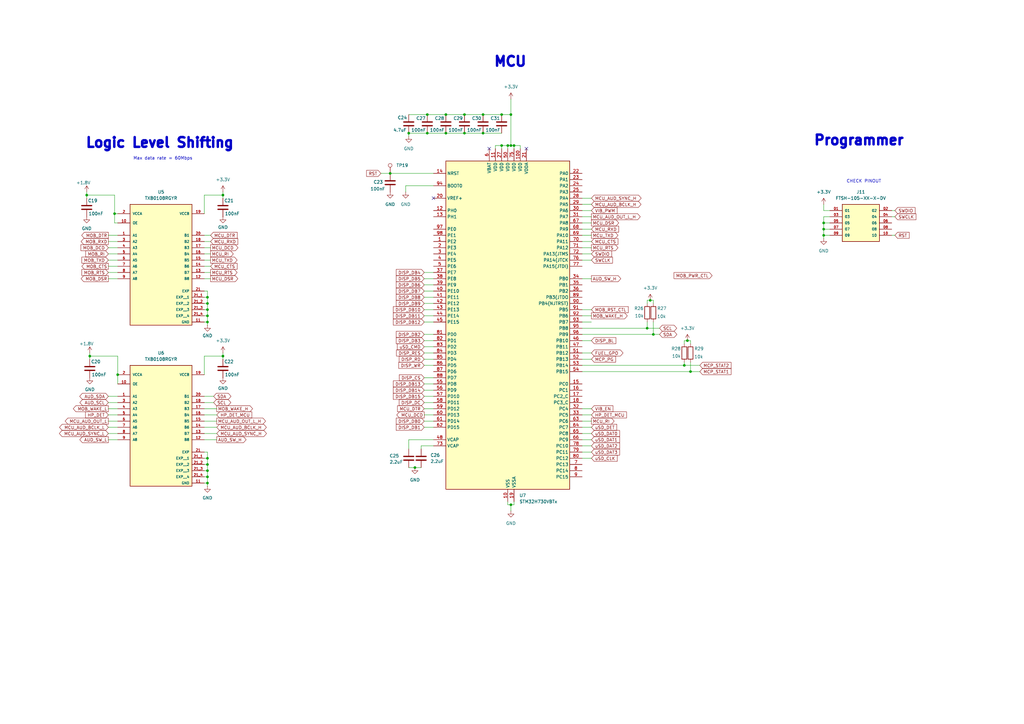
<source format=kicad_sch>
(kicad_sch (version 20231120) (generator "eeschema") (generator_version "8.0")
  (paper "A3")
  (title_block (title "Power System") (company "The University of Queensland"))
  (lib_symbols
    (symbol "Capacitors:Capacitor_2.2uF" (pin_numbers hide) (pin_names hide)
      (property "Reference" "C" (at 4.064 0 0))
      (property "Value" "2.2uF" (at 0 0 0))
      (symbol "Capacitor_2.2uF_0_1"
        (polyline (pts (xy -2.032 -0.762) (xy 2.032 -0.762)) (stroke (width 0.508)))
        (polyline (pts (xy -2.032 0.762) (xy 2.032 0.762)) (stroke (width 0.508)))
      )
      (symbol "Capacitor_2.2uF_1_1"
        (pin passive line (at 0 3.81 270) (length 2.794) (name "~") (number "1"))
        (pin passive line (at 0 -3.81 90) (length 2.794) (name "~") (number "2"))
      )
    )
    (symbol "Capacitors:Capacitor_4.7uF" (pin_numbers hide) (pin_names hide)
      (property "Reference" "C" (at 4.064 0 0))
      (property "Value" "4.7uF" (at 0 0 0))
      (symbol "Capacitor_4.7uF_0_1"
        (polyline (pts (xy -2.032 -0.762) (xy 2.032 -0.762)) (stroke (width 0.508)))
        (polyline (pts (xy -2.032 0.762) (xy 2.032 0.762)) (stroke (width 0.508)))
      )
      (symbol "Capacitor_4.7uF_1_1"
        (pin passive line (at 0 3.81 270) (length 2.794) (name "~") (number "1"))
        (pin passive line (at 0 -3.81 90) (length 2.794) (name "~") (number "2"))
      )
    )
    (symbol "Capacitors:capacitor_100nF" (pin_numbers hide) (pin_names hide)
      (property "Reference" "C" (at 4.064 0 0))
      (property "Value" "100nF" (at 0 0 0))
      (symbol "capacitor_100nF_0_1"
        (polyline (pts (xy -2.032 -0.762) (xy 2.032 -0.762)) (stroke (width 0.508)))
        (polyline (pts (xy -2.032 0.762) (xy 2.032 0.762)) (stroke (width 0.508)))
      )
      (symbol "capacitor_100nF_1_1"
        (pin passive line (at 0 3.81 270) (length 2.794) (name "~") (number "1"))
        (pin passive line (at 0 -3.81 90) (length 2.794) (name "~") (number "2"))
      )
    )
    (symbol "Connector:TestPoint" (pin_numbers hide) (pin_names (offset 0.762) hide)
      (property "Reference" "TP" (at 0 6.858 0))
      (property "Value" "TestPoint" (at 0 5.08 0))
      (symbol "TestPoint_0_1"
        (circle (center 0 3.302) (radius 0.762))
      )
      (symbol "TestPoint_1_1"
        (pin passive line (at 0 0 90) (length 2.54) (name "1") (number "1"))
      )
    )
    (symbol "FTSH-105-XX-X-DV:FTSH-105-XX-X-DV" (pin_names (offset 1.016))
      (property "Reference" "J" (at -7.62 8.89 0))
      (property "Value" "FTSH-105-XX-X-DV" (at -7.62 -10.16 0))
      (symbol "FTSH-105-XX-X-DV_0_0"
        (rectangle (start -7.62 -7.62) (end 7.62 7.62) (stroke (width 0.254)) (fill (type background)))
        (pin passive line (at -12.7 5.08 0) (length 5.08) (name "01") (number "01"))
        (pin passive line (at 12.7 5.08 180) (length 5.08) (name "02") (number "02"))
        (pin passive line (at -12.7 2.54 0) (length 5.08) (name "03") (number "03"))
        (pin passive line (at 12.7 2.54 180) (length 5.08) (name "04") (number "04"))
        (pin passive line (at -12.7 0 0) (length 5.08) (name "05") (number "05"))
        (pin passive line (at 12.7 0 180) (length 5.08) (name "06") (number "06"))
        (pin passive line (at -12.7 -2.54 0) (length 5.08) (name "07") (number "07"))
        (pin passive line (at 12.7 -2.54 180) (length 5.08) (name "08") (number "08"))
        (pin passive line (at -12.7 -5.08 0) (length 5.08) (name "09") (number "09"))
        (pin passive line (at 12.7 -5.08 180) (length 5.08) (name "10") (number "10"))
      )
    )
    (symbol "MCU_ST_STM32H7:STM32H730VBTx"
      (property "Reference" "U" (at -25.4 69.85 0))
      (property "Value" "STM32H730VBTx" (at 10.16 69.85 0))
      (symbol "STM32H730VBTx_0_1"
        (rectangle (start -25.4 -66.04) (end 25.4 68.58) (stroke (width 0.254)) (fill (type background)))
      )
      (symbol "STM32H730VBTx_1_1"
        (pin bidirectional line (at -30.48 35.56 0) (length 5.08) (name "PE2") (number "1"))
        (pin power_in line (at 0 -71.12 90) (length 5.08) (name "VSS") (number "10"))
        (pin power_in line (at 5.08 73.66 270) (length 5.08) (name "VDD") (number "100"))
        (pin power_in line (at -5.08 73.66 270) (length 5.08) (name "VDD") (number "11"))
        (pin bidirectional line (at -30.48 48.26 0) (length 5.08) (name "PH0") (number "12"))
        (pin bidirectional line (at -30.48 45.72 0) (length 5.08) (name "PH1") (number "13"))
        (pin input line (at -30.48 63.5 0) (length 5.08) (name "NRST") (number "14"))
        (pin bidirectional line (at 30.48 -22.86 180) (length 5.08) (name "PC0") (number "15"))
        (pin bidirectional line (at 30.48 -25.4 180) (length 5.08) (name "PC1") (number "16"))
        (pin bidirectional line (at 30.48 -27.94 180) (length 5.08) (name "PC2_C") (number "17"))
        (pin bidirectional line (at 30.48 -30.48 180) (length 5.08) (name "PC3_C") (number "18"))
        (pin power_in line (at 2.54 -71.12 90) (length 5.08) (name "VSSA") (number "19"))
        (pin bidirectional line (at -30.48 33.02 0) (length 5.08) (name "PE3") (number "2"))
        (pin input line (at -30.48 53.34 0) (length 5.08) (name "VREF+") (number "20"))
        (pin power_in line (at 7.62 73.66 270) (length 5.08) (name "VDDA") (number "21"))
        (pin bidirectional line (at 30.48 63.5 180) (length 5.08) (name "PA0") (number "22"))
        (pin bidirectional line (at 30.48 60.96 180) (length 5.08) (name "PA1") (number "23"))
        (pin bidirectional line (at 30.48 58.42 180) (length 5.08) (name "PA2") (number "24"))
        (pin bidirectional line (at 30.48 55.88 180) (length 5.08) (name "PA3") (number "25"))
        (pin passive line (at 0 -71.12 90) (length 5.08) hide (name "VSS") (number "26"))
        (pin power_in line (at -2.54 73.66 270) (length 5.08) (name "VDD") (number "27"))
        (pin bidirectional line (at 30.48 53.34 180) (length 5.08) (name "PA4") (number "28"))
        (pin bidirectional line (at 30.48 50.8 180) (length 5.08) (name "PA5") (number "29"))
        (pin bidirectional line (at -30.48 30.48 0) (length 5.08) (name "PE4") (number "3"))
        (pin bidirectional line (at 30.48 48.26 180) (length 5.08) (name "PA6") (number "30"))
        (pin bidirectional line (at 30.48 45.72 180) (length 5.08) (name "PA7") (number "31"))
        (pin bidirectional line (at 30.48 -33.02 180) (length 5.08) (name "PC4") (number "32"))
        (pin bidirectional line (at 30.48 -35.56 180) (length 5.08) (name "PC5") (number "33"))
        (pin bidirectional line (at 30.48 20.32 180) (length 5.08) (name "PB0") (number "34"))
        (pin bidirectional line (at 30.48 17.78 180) (length 5.08) (name "PB1") (number "35"))
        (pin bidirectional line (at 30.48 15.24 180) (length 5.08) (name "PB2") (number "36"))
        (pin bidirectional line (at -30.48 22.86 0) (length 5.08) (name "PE7") (number "37"))
        (pin bidirectional line (at -30.48 20.32 0) (length 5.08) (name "PE8") (number "38"))
        (pin bidirectional line (at -30.48 17.78 0) (length 5.08) (name "PE9") (number "39"))
        (pin bidirectional line (at -30.48 27.94 0) (length 5.08) (name "PE5") (number "4"))
        (pin bidirectional line (at -30.48 15.24 0) (length 5.08) (name "PE10") (number "40"))
        (pin bidirectional line (at -30.48 12.7 0) (length 5.08) (name "PE11") (number "41"))
        (pin bidirectional line (at -30.48 10.16 0) (length 5.08) (name "PE12") (number "42"))
        (pin bidirectional line (at -30.48 7.62 0) (length 5.08) (name "PE13") (number "43"))
        (pin bidirectional line (at -30.48 5.08 0) (length 5.08) (name "PE14") (number "44"))
        (pin bidirectional line (at -30.48 2.54 0) (length 5.08) (name "PE15") (number "45"))
        (pin bidirectional line (at 30.48 -5.08 180) (length 5.08) (name "PB10") (number "46"))
        (pin bidirectional line (at 30.48 -7.62 180) (length 5.08) (name "PB11") (number "47"))
        (pin power_out line (at -30.48 -45.72 0) (length 5.08) (name "VCAP") (number "48"))
        (pin passive line (at 0 -71.12 90) (length 5.08) hide (name "VSS") (number "49"))
        (pin bidirectional line (at -30.48 25.4 0) (length 5.08) (name "PE6") (number "5"))
        (pin power_in line (at 0 73.66 270) (length 5.08) (name "VDD") (number "50"))
        (pin bidirectional line (at 30.48 -10.16 180) (length 5.08) (name "PB12") (number "51"))
        (pin bidirectional line (at 30.48 -12.7 180) (length 5.08) (name "PB13") (number "52"))
        (pin bidirectional line (at 30.48 -15.24 180) (length 5.08) (name "PB14") (number "53"))
        (pin bidirectional line (at 30.48 -17.78 180) (length 5.08) (name "PB15") (number "54"))
        (pin bidirectional line (at -30.48 -22.86 0) (length 5.08) (name "PD8") (number "55"))
        (pin bidirectional line (at -30.48 -25.4 0) (length 5.08) (name "PD9") (number "56"))
        (pin bidirectional line (at -30.48 -27.94 0) (length 5.08) (name "PD10") (number "57"))
        (pin bidirectional line (at -30.48 -30.48 0) (length 5.08) (name "PD11") (number "58"))
        (pin bidirectional line (at -30.48 -33.02 0) (length 5.08) (name "PD12") (number "59"))
        (pin power_in line (at -7.62 73.66 270) (length 5.08) (name "VBAT") (number "6"))
        (pin bidirectional line (at -30.48 -35.56 0) (length 5.08) (name "PD13") (number "60"))
        (pin bidirectional line (at -30.48 -38.1 0) (length 5.08) (name "PD14") (number "61"))
        (pin bidirectional line (at -30.48 -40.64 0) (length 5.08) (name "PD15") (number "62"))
        (pin bidirectional line (at 30.48 -38.1 180) (length 5.08) (name "PC6") (number "63"))
        (pin bidirectional line (at 30.48 -40.64 180) (length 5.08) (name "PC7") (number "64"))
        (pin bidirectional line (at 30.48 -43.18 180) (length 5.08) (name "PC8") (number "65"))
        (pin bidirectional line (at 30.48 -45.72 180) (length 5.08) (name "PC9") (number "66"))
        (pin bidirectional line (at 30.48 43.18 180) (length 5.08) (name "PA8") (number "67"))
        (pin bidirectional line (at 30.48 40.64 180) (length 5.08) (name "PA9") (number "68"))
        (pin bidirectional line (at 30.48 38.1 180) (length 5.08) (name "PA10") (number "69"))
        (pin bidirectional line (at 30.48 -55.88 180) (length 5.08) (name "PC13") (number "7"))
        (pin bidirectional line (at 30.48 35.56 180) (length 5.08) (name "PA11") (number "70"))
        (pin bidirectional line (at 30.48 33.02 180) (length 5.08) (name "PA12") (number "71"))
        (pin bidirectional line (at 30.48 30.48 180) (length 5.08) (name "PA13(JTMS") (number "72"))
        (pin power_out line (at -30.48 -48.26 0) (length 5.08) (name "VCAP") (number "73"))
        (pin passive line (at 0 -71.12 90) (length 5.08) hide (name "VSS") (number "74"))
        (pin power_in line (at 2.54 73.66 270) (length 5.08) (name "VDD") (number "75"))
        (pin bidirectional line (at 30.48 27.94 180) (length 5.08) (name "PA14(JTCK") (number "76"))
        (pin bidirectional line (at 30.48 25.4 180) (length 5.08) (name "PA15(JTDI)") (number "77"))
        (pin bidirectional line (at 30.48 -48.26 180) (length 5.08) (name "PC10") (number "78"))
        (pin bidirectional line (at 30.48 -50.8 180) (length 5.08) (name "PC11") (number "79"))
        (pin bidirectional line (at 30.48 -58.42 180) (length 5.08) (name "PC14") (number "8"))
        (pin bidirectional line (at 30.48 -53.34 180) (length 5.08) (name "PC12") (number "80"))
        (pin bidirectional line (at -30.48 -2.54 0) (length 5.08) (name "PD0") (number "81"))
        (pin bidirectional line (at -30.48 -5.08 0) (length 5.08) (name "PD1") (number "82"))
        (pin bidirectional line (at -30.48 -7.62 0) (length 5.08) (name "PD2") (number "83"))
        (pin bidirectional line (at -30.48 -10.16 0) (length 5.08) (name "PD3") (number "84"))
        (pin bidirectional line (at -30.48 -12.7 0) (length 5.08) (name "PD4") (number "85"))
        (pin bidirectional line (at -30.48 -15.24 0) (length 5.08) (name "PD5") (number "86"))
        (pin bidirectional line (at -30.48 -17.78 0) (length 5.08) (name "PD6") (number "87"))
        (pin bidirectional line (at -30.48 -20.32 0) (length 5.08) (name "PD7") (number "88"))
        (pin bidirectional line (at 30.48 12.7 180) (length 5.08) (name "PB3(JTDO") (number "89"))
        (pin bidirectional line (at 30.48 -60.96 180) (length 5.08) (name "PC15") (number "9"))
        (pin bidirectional line (at 30.48 10.16 180) (length 5.08) (name "PB4(NJTRST)") (number "90"))
        (pin bidirectional line (at 30.48 7.62 180) (length 5.08) (name "PB5") (number "91"))
        (pin bidirectional line (at 30.48 5.08 180) (length 5.08) (name "PB6") (number "92"))
        (pin bidirectional line (at 30.48 2.54 180) (length 5.08) (name "PB7") (number "93"))
        (pin input line (at -30.48 58.42 0) (length 5.08) (name "BOOT0") (number "94"))
        (pin bidirectional line (at 30.48 0 180) (length 5.08) (name "PB8") (number "95"))
        (pin bidirectional line (at 30.48 -2.54 180) (length 5.08) (name "PB9") (number "96"))
        (pin bidirectional line (at -30.48 40.64 0) (length 5.08) (name "PE0") (number "97"))
        (pin bidirectional line (at -30.48 38.1 0) (length 5.08) (name "PE1") (number "98"))
        (pin passive line (at 0 -71.12 90) (length 5.08) hide (name "VSS") (number "99"))
      )
    )
    (symbol "Resistors:Resistor_10k" (pin_numbers hide) (pin_names hide)
      (property "Reference" "R" (at 2.54 0.254 0))
      (property "Value" "10k" (at 0 -3.81 0))
      (symbol "Resistor_10k_0_1"
        (rectangle (start 1.016 2.54) (end -1.016 -2.54) (stroke (width 0.254)))
      )
      (symbol "Resistor_10k_1_1"
        (pin passive line (at 0 -3.81 90) (length 1.27) (name "~") (number "1"))
        (pin passive line (at 0 3.81 270) (length 1.27) (name "~") (number "2"))
      )
    )
    (symbol "TXB0108RGYR:TXB0108RGYR" (pin_names (offset 1.016))
      (property "Reference" "U" (at -12.7 23.86 0))
      (property "Value" "TXB0108RGYR" (at -12.192 -29.972 0))
      (symbol "TXB0108RGYR_0_0"
        (rectangle (start -12.7 22.86) (end 12.7 -26.67) (stroke (width 0.254)) (fill (type background)))
        (pin bidirectional line (at -17.78 10.16 0) (length 5.08) (name "A1") (number "1"))
        (pin input line (at -17.78 15.24 0) (length 5.08) (name "OE") (number "10"))
        (pin power_in line (at 17.78 -25.4 180) (length 5.08) (name "GND") (number "11"))
        (pin bidirectional line (at 17.78 -7.62 180) (length 5.08) (name "B8") (number "12"))
        (pin bidirectional line (at 17.78 -5.08 180) (length 5.08) (name "B7") (number "13"))
        (pin bidirectional line (at 17.78 -2.54 180) (length 5.08) (name "B6") (number "14"))
        (pin bidirectional line (at 17.78 0 180) (length 5.08) (name "B5") (number "15"))
        (pin bidirectional line (at 17.78 2.54 180) (length 5.08) (name "B4") (number "16"))
        (pin bidirectional line (at 17.78 5.08 180) (length 5.08) (name "B3") (number "17"))
        (pin bidirectional line (at 17.78 7.62 180) (length 5.08) (name "B2") (number "18"))
        (pin power_in line (at 17.78 19.05 180) (length 5.08) (name "VCCB") (number "19"))
        (pin power_in line (at -17.78 19.05 0) (length 5.08) (name "VCCA") (number "2"))
        (pin bidirectional line (at 17.78 10.16 180) (length 5.08) (name "B1") (number "20"))
        (pin power_in line (at 17.78 -12.7 180) (length 5.08) (name "EXP") (number "21"))
        (pin power_in line (at 17.78 -15.24 180) (length 5.08) (name "EXP__1") (number "21_1"))
        (pin power_in line (at 17.78 -17.78 180) (length 5.08) (name "EXP__2") (number "21_2"))
        (pin power_in line (at 17.78 -20.32 180) (length 5.08) (name "EXP__3") (number "21_3"))
        (pin power_in line (at 17.78 -22.86 180) (length 5.08) (name "EXP__4") (number "21_4"))
        (pin bidirectional line (at -17.78 7.62 0) (length 5.08) (name "A2") (number "3"))
        (pin bidirectional line (at -17.78 5.08 0) (length 5.08) (name "A3") (number "4"))
        (pin bidirectional line (at -17.78 2.54 0) (length 5.08) (name "A4") (number "5"))
        (pin bidirectional line (at -17.78 0 0) (length 5.08) (name "A5") (number "6"))
        (pin bidirectional line (at -17.78 -2.54 0) (length 5.08) (name "A6") (number "7"))
        (pin bidirectional line (at -17.78 -5.08 0) (length 5.08) (name "A7") (number "8"))
        (pin bidirectional line (at -17.78 -7.62 0) (length 5.08) (name "A8") (number "9"))
      )
    )
    (symbol "power:+1V8" (power) (pin_numbers hide) (pin_names (offset 0) hide)
      (property "Value" "+1V8" (at 0 3.556 0))
      (symbol "+1V8_0_1"
        (polyline (pts (xy -0.762 1.27) (xy 0 2.54)))
        (polyline (pts (xy 0 0) (xy 0 2.54)))
        (polyline (pts (xy 0 2.54) (xy 0.762 1.27)))
      )
      (symbol "+1V8_1_1"
        (pin power_in line (at 0 0 90) (length 0) (name "~") (number "1"))
      )
    )
    (symbol "power:+3.3V" (power) (pin_numbers hide) (pin_names (offset 0) hide)
      (property "Value" "+3.3V" (at 0 3.556 0))
      (symbol "+3.3V_0_1"
        (polyline (pts (xy -0.762 1.27) (xy 0 2.54)))
        (polyline (pts (xy 0 0) (xy 0 2.54)))
        (polyline (pts (xy 0 2.54) (xy 0.762 1.27)))
      )
      (symbol "+3.3V_1_1"
        (pin power_in line (at 0 0 90) (length 0) (name "~") (number "1"))
      )
    )
    (symbol "power:GND" (power) (pin_numbers hide) (pin_names (offset 0) hide)
      (property "Value" "GND" (at 0 -3.81 0))
      (symbol "GND_0_1"
        (polyline (pts (xy 0 0) (xy 0 -1.27) (xy 1.27 -1.27) (xy 0 -2.54) (xy -1.27 -1.27) (xy 0 -1.27)))
      )
      (symbol "GND_1_1"
        (pin power_in line (at 0 0 270) (length 0) (name "~") (number "1"))
      )
    )
  )
  (junction (at 85.09 127))
  (junction (at 167.64 54.61))
  (junction (at 91.44 146.05))
  (junction (at 266.7 123.19))
  (junction (at 190.5 54.61))
  (junction (at 337.82 91.44))
  (junction (at 280.67 149.86))
  (junction (at 210.82 59.69))
  (junction (at 337.82 93.98))
  (junction (at 267.97 137.16))
  (junction (at 85.09 190.5))
  (junction (at 170.18 191.77))
  (junction (at 198.12 54.61))
  (junction (at 190.5 46.99))
  (junction (at 337.82 96.52))
  (junction (at 85.09 195.58))
  (junction (at 85.09 129.54))
  (junction (at 85.09 187.96))
  (junction (at 85.09 132.08))
  (junction (at 160.02 71.12))
  (junction (at 48.26 153.67))
  (junction (at 182.88 46.99))
  (junction (at 46.99 87.63))
  (junction (at 85.09 124.46))
  (junction (at 182.88 54.61))
  (junction (at 85.09 193.04))
  (junction (at 35.56 80.01))
  (junction (at 209.55 207.01))
  (junction (at 175.26 46.99))
  (junction (at 283.21 152.4))
  (junction (at 175.26 54.61))
  (junction (at 198.12 46.99))
  (junction (at 205.74 46.99))
  (junction (at 265.43 134.62))
  (junction (at 91.44 80.01))
  (junction (at 208.28 59.69))
  (junction (at 205.74 59.69))
  (junction (at 209.55 59.69))
  (junction (at 85.09 121.92))
  (junction (at 36.83 146.05))
  (junction (at 85.09 198.12))
  (junction (at 209.55 46.99))
  (junction (at 281.94 139.7))
  (no_connect (at 177.8 81.28))
  (no_connect (at 215.9 60.96))
  (no_connect (at 200.66 60.96))
  (wire (pts (xy 238.76 137.16) (xy 267.97 137.16)))
  (wire (pts (xy 83.82 185.42) (xy 85.09 185.42)))
  (wire (pts (xy 173.99 139.7) (xy 177.8 139.7)))
  (wire (pts (xy 208.28 207.01) (xy 208.28 205.74)))
  (wire (pts (xy 83.82 121.92) (xy 85.09 121.92)))
  (wire (pts (xy 242.57 129.54) (xy 238.76 129.54)))
  (wire (pts (xy 210.82 59.69) (xy 209.55 59.69)))
  (wire (pts (xy 44.45 106.68) (xy 48.26 106.68)))
  (wire (pts (xy 83.82 175.26) (xy 88.9 175.26)))
  (wire (pts (xy 213.36 59.69) (xy 210.82 59.69)))
  (wire (pts (xy 242.57 175.26) (xy 238.76 175.26)))
  (wire (pts (xy 44.45 162.56) (xy 48.26 162.56)))
  (wire (pts (xy 83.82 187.96) (xy 85.09 187.96)))
  (wire (pts (xy 83.82 101.6) (xy 86.36 101.6)))
  (wire (pts (xy 238.76 152.4) (xy 283.21 152.4)))
  (wire (pts (xy 83.82 177.8) (xy 88.9 177.8)))
  (wire (pts (xy 85.09 198.12) (xy 83.82 198.12)))
  (wire (pts (xy 242.57 185.42) (xy 238.76 185.42)))
  (wire (pts (xy 173.99 149.86) (xy 177.8 149.86)))
  (wire (pts (xy 238.76 99.06) (xy 242.57 99.06)))
  (wire (pts (xy 337.82 88.9) (xy 337.82 91.44)))
  (wire (pts (xy 173.99 119.38) (xy 177.8 119.38)))
  (wire (pts (xy 238.76 106.68) (xy 242.57 106.68)))
  (wire (pts (xy 267.97 124.46) (xy 267.97 123.19)))
  (wire (pts (xy 44.45 170.18) (xy 48.26 170.18)))
  (wire (pts (xy 242.57 167.64) (xy 238.76 167.64)))
  (wire (pts (xy 337.82 93.98) (xy 337.82 96.52)))
  (wire (pts (xy 242.57 182.88) (xy 238.76 182.88)))
  (wire (pts (xy 242.57 86.36) (xy 238.76 86.36)))
  (wire (pts (xy 44.45 111.76) (xy 48.26 111.76)))
  (wire (pts (xy 83.82 111.76) (xy 86.36 111.76)))
  (wire (pts (xy 83.82 104.14) (xy 86.36 104.14)))
  (wire (pts (xy 265.43 132.08) (xy 265.43 134.62)))
  (wire (pts (xy 83.82 80.01) (xy 91.44 80.01)))
  (wire (pts (xy 173.99 114.3) (xy 177.8 114.3)))
  (wire (pts (xy 238.76 96.52) (xy 242.57 96.52)))
  (wire (pts (xy 213.36 60.96) (xy 213.36 59.69)))
  (wire (pts (xy 242.57 91.44) (xy 238.76 91.44)))
  (wire (pts (xy 173.99 172.72) (xy 177.8 172.72)))
  (wire (pts (xy 173.99 175.26) (xy 177.8 175.26)))
  (wire (pts (xy 198.12 46.99) (xy 205.74 46.99)))
  (wire (pts (xy 190.5 54.61) (xy 198.12 54.61)))
  (wire (pts (xy 190.5 46.99) (xy 198.12 46.99)))
  (wire (pts (xy 367.03 86.36) (xy 365.76 86.36)))
  (wire (pts (xy 173.99 142.24) (xy 177.8 142.24)))
  (wire (pts (xy 85.09 195.58) (xy 85.09 198.12)))
  (wire (pts (xy 83.82 195.58) (xy 85.09 195.58)))
  (wire (pts (xy 83.82 165.1) (xy 87.63 165.1)))
  (wire (pts (xy 83.82 99.06) (xy 86.36 99.06)))
  (wire (pts (xy 35.56 78.74) (xy 35.56 80.01)))
  (wire (pts (xy 44.45 180.34) (xy 48.26 180.34)))
  (wire (pts (xy 83.82 80.01) (xy 83.82 87.63)))
  (wire (pts (xy 44.45 172.72) (xy 48.26 172.72)))
  (wire (pts (xy 209.55 207.01) (xy 210.82 207.01)))
  (wire (pts (xy 85.09 133.35) (xy 85.09 132.08)))
  (wire (pts (xy 173.99 165.1) (xy 177.8 165.1)))
  (wire (pts (xy 160.02 71.12) (xy 177.8 71.12)))
  (wire (pts (xy 238.76 101.6) (xy 242.57 101.6)))
  (wire (pts (xy 166.37 76.2) (xy 177.8 76.2)))
  (wire (pts (xy 340.36 86.36) (xy 337.82 86.36)))
  (wire (pts (xy 173.99 167.64) (xy 177.8 167.64)))
  (wire (pts (xy 83.82 132.08) (xy 85.09 132.08)))
  (wire (pts (xy 44.45 96.52) (xy 48.26 96.52)))
  (wire (pts (xy 242.57 83.82) (xy 238.76 83.82)))
  (wire (pts (xy 83.82 127) (xy 85.09 127)))
  (wire (pts (xy 242.57 132.08) (xy 238.76 132.08)))
  (wire (pts (xy 167.64 46.99) (xy 175.26 46.99)))
  (wire (pts (xy 85.09 187.96) (xy 85.09 190.5)))
  (wire (pts (xy 203.2 60.96) (xy 203.2 59.69)))
  (wire (pts (xy 209.55 207.01) (xy 209.55 209.55)))
  (wire (pts (xy 173.99 116.84) (xy 177.8 116.84)))
  (wire (pts (xy 44.45 114.3) (xy 48.26 114.3)))
  (wire (pts (xy 83.82 162.56) (xy 87.63 162.56)))
  (wire (pts (xy 242.57 139.7) (xy 238.76 139.7)))
  (wire (pts (xy 44.45 165.1) (xy 48.26 165.1)))
  (wire (pts (xy 173.99 121.92) (xy 177.8 121.92)))
  (wire (pts (xy 83.82 167.64) (xy 88.9 167.64)))
  (wire (pts (xy 44.45 175.26) (xy 48.26 175.26)))
  (wire (pts (xy 265.43 123.19) (xy 266.7 123.19)))
  (wire (pts (xy 208.28 60.96) (xy 208.28 59.69)))
  (wire (pts (xy 238.76 134.62) (xy 265.43 134.62)))
  (wire (pts (xy 242.57 114.3) (xy 238.76 114.3)))
  (wire (pts (xy 238.76 93.98) (xy 242.57 93.98)))
  (wire (pts (xy 167.64 54.61) (xy 175.26 54.61)))
  (wire (pts (xy 280.67 148.59) (xy 280.67 149.86)))
  (wire (pts (xy 36.83 144.78) (xy 36.83 146.05)))
  (wire (pts (xy 85.09 121.92) (xy 85.09 119.38)))
  (wire (pts (xy 209.55 40.64) (xy 209.55 46.99)))
  (wire (pts (xy 36.83 146.05) (xy 48.26 146.05)))
  (wire (pts (xy 337.82 96.52) (xy 337.82 97.79)))
  (wire (pts (xy 182.88 54.61) (xy 190.5 54.61)))
  (wire (pts (xy 242.57 81.28) (xy 238.76 81.28)))
  (wire (pts (xy 367.03 88.9) (xy 365.76 88.9)))
  (wire (pts (xy 340.36 88.9) (xy 337.82 88.9)))
  (wire (pts (xy 198.12 54.61) (xy 205.74 54.61)))
  (wire (pts (xy 340.36 91.44) (xy 337.82 91.44)))
  (wire (pts (xy 173.99 160.02) (xy 177.8 160.02)))
  (wire (pts (xy 242.57 177.8) (xy 238.76 177.8)))
  (wire (pts (xy 205.74 59.69) (xy 205.74 60.96)))
  (wire (pts (xy 85.09 119.38) (xy 83.82 119.38)))
  (wire (pts (xy 173.99 162.56) (xy 177.8 162.56)))
  (wire (pts (xy 172.72 184.15) (xy 172.72 182.88)))
  (wire (pts (xy 209.55 46.99) (xy 209.55 59.69)))
  (wire (pts (xy 83.82 96.52) (xy 86.36 96.52)))
  (wire (pts (xy 283.21 152.4) (xy 287.02 152.4)))
  (wire (pts (xy 173.99 132.08) (xy 177.8 132.08)))
  (wire (pts (xy 173.99 144.78) (xy 177.8 144.78)))
  (wire (pts (xy 173.99 111.76) (xy 177.8 111.76)))
  (wire (pts (xy 182.88 46.99) (xy 190.5 46.99)))
  (wire (pts (xy 280.67 139.7) (xy 281.94 139.7)))
  (wire (pts (xy 242.57 180.34) (xy 238.76 180.34)))
  (wire (pts (xy 85.09 190.5) (xy 85.09 193.04)))
  (wire (pts (xy 337.82 86.36) (xy 337.82 83.82)))
  (wire (pts (xy 44.45 99.06) (xy 48.26 99.06)))
  (wire (pts (xy 172.72 182.88) (xy 177.8 182.88)))
  (wire (pts (xy 208.28 59.69) (xy 205.74 59.69)))
  (wire (pts (xy 83.82 106.68) (xy 86.36 106.68)))
  (wire (pts (xy 238.76 149.86) (xy 280.67 149.86)))
  (wire (pts (xy 48.26 146.05) (xy 48.26 153.67)))
  (wire (pts (xy 173.99 127) (xy 177.8 127)))
  (wire (pts (xy 242.57 127) (xy 238.76 127)))
  (wire (pts (xy 35.56 80.01) (xy 35.56 81.28)))
  (wire (pts (xy 44.45 101.6) (xy 48.26 101.6)))
  (wire (pts (xy 83.82 180.34) (xy 88.9 180.34)))
  (wire (pts (xy 242.57 172.72) (xy 238.76 172.72)))
  (wire (pts (xy 267.97 132.08) (xy 267.97 137.16)))
  (wire (pts (xy 203.2 59.69) (xy 205.74 59.69)))
  (wire (pts (xy 83.82 170.18) (xy 88.9 170.18)))
  (wire (pts (xy 83.82 172.72) (xy 88.9 172.72)))
  (wire (pts (xy 83.82 190.5) (xy 85.09 190.5)))
  (wire (pts (xy 267.97 123.19) (xy 266.7 123.19)))
  (wire (pts (xy 36.83 146.05) (xy 36.83 147.32)))
  (wire (pts (xy 46.99 87.63) (xy 46.99 91.44)))
  (wire (pts (xy 156.21 71.12) (xy 160.02 71.12)))
  (wire (pts (xy 91.44 144.78) (xy 91.44 146.05)))
  (wire (pts (xy 167.64 55.88) (xy 167.64 54.61)))
  (wire (pts (xy 177.8 180.34) (xy 167.64 180.34)))
  (wire (pts (xy 210.82 207.01) (xy 210.82 205.74)))
  (wire (pts (xy 44.45 167.64) (xy 48.26 167.64)))
  (wire (pts (xy 91.44 80.01) (xy 91.44 81.28)))
  (wire (pts (xy 83.82 124.46) (xy 85.09 124.46)))
  (wire (pts (xy 85.09 129.54) (xy 85.09 127)))
  (wire (pts (xy 44.45 104.14) (xy 48.26 104.14)))
  (wire (pts (xy 85.09 199.39) (xy 85.09 198.12)))
  (wire (pts (xy 208.28 207.01) (xy 209.55 207.01)))
  (wire (pts (xy 83.82 146.05) (xy 83.82 153.67)))
  (wire (pts (xy 85.09 127) (xy 85.09 124.46)))
  (wire (pts (xy 48.26 91.44) (xy 46.99 91.44)))
  (wire (pts (xy 173.99 147.32) (xy 177.8 147.32)))
  (wire (pts (xy 340.36 96.52) (xy 337.82 96.52)))
  (wire (pts (xy 210.82 60.96) (xy 210.82 59.69)))
  (wire (pts (xy 242.57 187.96) (xy 238.76 187.96)))
  (wire (pts (xy 83.82 193.04) (xy 85.09 193.04)))
  (wire (pts (xy 283.21 148.59) (xy 283.21 152.4)))
  (wire (pts (xy 283.21 139.7) (xy 281.94 139.7)))
  (wire (pts (xy 340.36 93.98) (xy 337.82 93.98)))
  (wire (pts (xy 242.57 170.18) (xy 238.76 170.18)))
  (wire (pts (xy 170.18 191.77) (xy 167.64 191.77)))
  (wire (pts (xy 48.26 153.67) (xy 48.26 157.48)))
  (wire (pts (xy 205.74 46.99) (xy 209.55 46.99)))
  (wire (pts (xy 91.44 146.05) (xy 91.44 147.32)))
  (wire (pts (xy 283.21 140.97) (xy 283.21 139.7)))
  (wire (pts (xy 83.82 114.3) (xy 86.36 114.3)))
  (wire (pts (xy 238.76 104.14) (xy 242.57 104.14)))
  (wire (pts (xy 83.82 109.22) (xy 86.36 109.22)))
  (wire (pts (xy 173.99 154.94) (xy 177.8 154.94)))
  (wire (pts (xy 280.67 140.97) (xy 280.67 139.7)))
  (wire (pts (xy 265.43 124.46) (xy 265.43 123.19)))
  (wire (pts (xy 83.82 146.05) (xy 91.44 146.05)))
  (wire (pts (xy 85.09 124.46) (xy 85.09 121.92)))
  (wire (pts (xy 265.43 134.62) (xy 270.51 134.62)))
  (wire (pts (xy 44.45 177.8) (xy 48.26 177.8)))
  (wire (pts (xy 44.45 109.22) (xy 48.26 109.22)))
  (wire (pts (xy 175.26 54.61) (xy 182.88 54.61)))
  (wire (pts (xy 173.99 129.54) (xy 177.8 129.54)))
  (wire (pts (xy 35.56 80.01) (xy 46.99 80.01)))
  (wire (pts (xy 242.57 144.78) (xy 238.76 144.78)))
  (wire (pts (xy 209.55 59.69) (xy 208.28 59.69)))
  (wire (pts (xy 167.64 180.34) (xy 167.64 184.15)))
  (wire (pts (xy 170.18 191.77) (xy 172.72 191.77)))
  (wire (pts (xy 267.97 137.16) (xy 270.51 137.16)))
  (wire (pts (xy 46.99 87.63) (xy 48.26 87.63)))
  (wire (pts (xy 173.99 124.46) (xy 177.8 124.46)))
  (wire (pts (xy 85.09 185.42) (xy 85.09 187.96)))
  (wire (pts (xy 173.99 137.16) (xy 177.8 137.16)))
  (wire (pts (xy 173.99 157.48) (xy 177.8 157.48)))
  (wire (pts (xy 242.57 88.9) (xy 238.76 88.9)))
  (wire (pts (xy 85.09 193.04) (xy 85.09 195.58)))
  (wire (pts (xy 287.02 149.86) (xy 280.67 149.86)))
  (wire (pts (xy 85.09 132.08) (xy 85.09 129.54)))
  (wire (pts (xy 91.44 78.74) (xy 91.44 80.01)))
  (wire (pts (xy 175.26 46.99) (xy 182.88 46.99)))
  (wire (pts (xy 166.37 78.74) (xy 166.37 76.2)))
  (wire (pts (xy 46.99 80.01) (xy 46.99 87.63)))
  (wire (pts (xy 337.82 91.44) (xy 337.82 93.98)))
  (wire (pts (xy 242.57 147.32) (xy 238.76 147.32)))
  (wire (pts (xy 173.99 170.18) (xy 177.8 170.18)))
  (wire (pts (xy 83.82 129.54) (xy 85.09 129.54)))
  (wire (pts (xy 367.03 96.52) (xy 365.76 96.52)))
  (text "Max data rate = 60Mbps" (at 66.802 65.024 0) (effects (font (size 1.27 1.27))))
  (text "Programmer" (at 352.298 57.658 0) (effects (font (size 4 4) (thickness 1) (bold yes))))
  (text "MCU" (at 209.296 25.4 0) (effects (font (size 4 4) (thickness 1) (bold yes))))
  (text "CHECK PINOUT\n" (at 354.33 74.422 0) (effects (font (size 1.27 1.27))))
  (text "Logic Level Shifting\n" (at 65.532 58.674 0) (effects (font (size 4 4) (thickness 1) (bold yes))))
  (global_label "DISP_RD" (shape input) (at 173.99 147.32 180) (property "Intersheetrefs" "${INTERSHEET_REFS}" (effects (hide yes))))
  (global_label "RST" (shape input) (at 367.03 96.52 0) (property "Intersheetrefs" "${INTERSHEET_REFS}" (effects (hide yes))))
  (global_label "uSD_CMD" (shape input) (at 173.99 142.24 180) (property "Intersheetrefs" "${INTERSHEET_REFS}" (effects (hide yes))))
  (global_label "MOB_DSR" (shape output) (at 44.45 114.3 180) (property "Intersheetrefs" "${INTERSHEET_REFS}" (effects (hide yes))))
  (global_label "DISP_DB4" (shape input) (at 173.99 111.76 180) (property "Intersheetrefs" "${INTERSHEET_REFS}" (effects (hide yes))))
  (global_label "DISP_DB13" (shape input) (at 173.99 157.48 180) (property "Intersheetrefs" "${INTERSHEET_REFS}" (effects (hide yes))))
  (global_label "HP_DET_MCU" (shape input) (at 88.9 170.18 0) (property "Intersheetrefs" "${INTERSHEET_REFS}" (effects (hide yes))))
  (global_label "DISP_DB9" (shape input) (at 173.99 124.46 180) (property "Intersheetrefs" "${INTERSHEET_REFS}" (effects (hide yes))))
  (global_label "HP_DET" (shape input) (at 44.45 170.18 180) (property "Intersheetrefs" "${INTERSHEET_REFS}" (effects (hide yes))))
  (global_label "MCU_DCD" (shape output) (at 86.36 101.6 0) (property "Intersheetrefs" "${INTERSHEET_REFS}" (effects (hide yes))))
  (global_label "MCU_RI" (shape output) (at 86.36 104.14 0) (property "Intersheetrefs" "${INTERSHEET_REFS}" (effects (hide yes))))
  (global_label "MCP_STAT2" (shape input) (at 287.02 149.86 0) (property "Intersheetrefs" "${INTERSHEET_REFS}" (effects (hide yes))))
  (global_label "MCU_RI" (shape output) (at 242.57 172.72 0) (property "Intersheetrefs" "${INTERSHEET_REFS}" (effects (hide yes))))
  (global_label "SWDIO" (shape input) (at 242.57 104.14 0) (property "Intersheetrefs" "${INTERSHEET_REFS}" (effects (hide yes))))
  (global_label "MOB_CTS" (shape output) (at 44.45 109.22 180) (property "Intersheetrefs" "${INTERSHEET_REFS}" (effects (hide yes))))
  (global_label "MOB_RTS" (shape input) (at 44.45 111.76 180) (property "Intersheetrefs" "${INTERSHEET_REFS}" (effects (hide yes))))
  (global_label "MCU_DTR" (shape input) (at 173.99 167.64 180) (property "Intersheetrefs" "${INTERSHEET_REFS}" (effects (hide yes))))
  (global_label "DISP_BL" (shape input) (at 242.57 139.7 0) (property "Intersheetrefs" "${INTERSHEET_REFS}" (effects (hide yes))))
  (global_label "MCU_RXD" (shape input) (at 242.57 93.98 0) (property "Intersheetrefs" "${INTERSHEET_REFS}" (effects (hide yes))))
  (global_label "DISP_DB15" (shape input) (at 173.99 162.56 180) (property "Intersheetrefs" "${INTERSHEET_REFS}" (effects (hide yes))))
  (global_label "SCL" (shape bidirectional) (at 87.63 165.1 0) (property "Intersheetrefs" "${INTERSHEET_REFS}" (effects (hide yes))))
  (global_label "MCU_AUD_OUT_L" (shape output) (at 44.45 172.72 180) (property "Intersheetrefs" "${INTERSHEET_REFS}" (effects (hide yes))))
  (global_label "DISP_DB6" (shape input) (at 173.99 116.84 180) (property "Intersheetrefs" "${INTERSHEET_REFS}" (effects (hide yes))))
  (global_label "SWDIO" (shape input) (at 367.03 86.36 0) (property "Intersheetrefs" "${INTERSHEET_REFS}" (effects (hide yes))))
  (global_label "RST" (shape input) (at 156.21 71.12 180) (property "Intersheetrefs" "${INTERSHEET_REFS}" (effects (hide yes))))
  (global_label "uSD_DAT3" (shape input) (at 242.57 185.42 0) (property "Intersheetrefs" "${INTERSHEET_REFS}" (effects (hide yes))))
  (global_label "MOB_DTR" (shape output) (at 44.45 96.52 180) (property "Intersheetrefs" "${INTERSHEET_REFS}" (effects (hide yes))))
  (global_label "DISP_DB3" (shape input) (at 173.99 139.7 180) (property "Intersheetrefs" "${INTERSHEET_REFS}" (effects (hide yes))))
  (global_label "AUD_SW_L" (shape output) (at 44.45 180.34 180) (property "Intersheetrefs" "${INTERSHEET_REFS}" (effects (hide yes))))
  (global_label "DISP_DC" (shape input) (at 173.99 165.1 180) (property "Intersheetrefs" "${INTERSHEET_REFS}" (effects (hide yes))))
  (global_label "MCU_DSR" (shape output) (at 242.57 91.44 0) (property "Intersheetrefs" "${INTERSHEET_REFS}" (effects (hide yes))))
  (global_label "MCU_DCD" (shape output) (at 173.99 170.18 180) (property "Intersheetrefs" "${INTERSHEET_REFS}" (effects (hide yes))))
  (global_label "MCU_CTS" (shape input) (at 242.57 99.06 0) (property "Intersheetrefs" "${INTERSHEET_REFS}" (effects (hide yes))))
  (global_label "DISP_DB2" (shape input) (at 173.99 137.16 180) (property "Intersheetrefs" "${INTERSHEET_REFS}" (effects (hide yes))))
  (global_label "MOB_RXD" (shape output) (at 44.45 99.06 180) (property "Intersheetrefs" "${INTERSHEET_REFS}" (effects (hide yes))))
  (global_label "MCU_TXD" (shape output) (at 86.36 106.68 0) (property "Intersheetrefs" "${INTERSHEET_REFS}" (effects (hide yes))))
  (global_label "MCU_AUD_SYNC_L" (shape bidirectional) (at 44.45 177.8 180) (property "Intersheetrefs" "${INTERSHEET_REFS}" (effects (hide yes))))
  (global_label "uSD_CLK" (shape input) (at 242.57 187.96 0) (property "Intersheetrefs" "${INTERSHEET_REFS}" (effects (hide yes))))
  (global_label "MCU_AUD_SYNC_H" (shape bidirectional) (at 88.9 177.8 0) (property "Intersheetrefs" "${INTERSHEET_REFS}" (effects (hide yes))))
  (global_label "SWCLK" (shape input) (at 367.03 88.9 0) (property "Intersheetrefs" "${INTERSHEET_REFS}" (effects (hide yes))))
  (global_label "SCL" (shape bidirectional) (at 270.51 134.62 0) (property "Intersheetrefs" "${INTERSHEET_REFS}" (effects (hide yes))))
  (global_label "uSD_DET" (shape input) (at 242.57 175.26 0) (property "Intersheetrefs" "${INTERSHEET_REFS}" (effects (hide yes))))
  (global_label "MCU_AUD_OUT_L_H" (shape output) (at 88.9 172.72 0) (property "Intersheetrefs" "${INTERSHEET_REFS}" (effects (hide yes))))
  (global_label "MOB_WAKE_L" (shape output) (at 44.45 167.64 180) (property "Intersheetrefs" "${INTERSHEET_REFS}" (effects (hide yes))))
  (global_label "SDA" (shape bidirectional) (at 87.63 162.56 0) (property "Intersheetrefs" "${INTERSHEET_REFS}" (effects (hide yes))))
  (global_label "FUEL_GPO" (shape bidirectional) (at 242.57 144.78 0) (property "Intersheetrefs" "${INTERSHEET_REFS}" (effects (hide yes))))
  (global_label "HP_DET_MCU" (shape input) (at 242.57 170.18 0) (property "Intersheetrefs" "${INTERSHEET_REFS}" (effects (hide yes))))
  (global_label "DISP_DB5" (shape input) (at 173.99 114.3 180) (property "Intersheetrefs" "${INTERSHEET_REFS}" (effects (hide yes))))
  (global_label "SWCLK" (shape input) (at 242.57 106.68 0) (property "Intersheetrefs" "${INTERSHEET_REFS}" (effects (hide yes))))
  (global_label "MCU_TXD" (shape output) (at 242.57 96.52 0) (property "Intersheetrefs" "${INTERSHEET_REFS}" (effects (hide yes))))
  (global_label "DISP_DB0" (shape input) (at 173.99 172.72 180) (property "Intersheetrefs" "${INTERSHEET_REFS}" (effects (hide yes))))
  (global_label "MCU_DSR" (shape output) (at 86.36 114.3 0) (property "Intersheetrefs" "${INTERSHEET_REFS}" (effects (hide yes))))
  (global_label "DISP_RES" (shape input) (at 173.99 144.78 180) (property "Intersheetrefs" "${INTERSHEET_REFS}" (effects (hide yes))))
  (global_label "uSD_DAT1" (shape input) (at 242.57 180.34 0) (property "Intersheetrefs" "${INTERSHEET_REFS}" (effects (hide yes))))
  (global_label "MCU_AUD_BCLK_H" (shape bidirectional) (at 88.9 175.26 0) (property "Intersheetrefs" "${INTERSHEET_REFS}" (effects (hide yes))))
  (global_label "DISP_DB10" (shape input) (at 173.99 127 180) (property "Intersheetrefs" "${INTERSHEET_REFS}" (effects (hide yes))))
  (global_label "MCU_DTR" (shape input) (at 86.36 96.52 0) (property "Intersheetrefs" "${INTERSHEET_REFS}" (effects (hide yes))))
  (global_label "MCU_RTS" (shape output) (at 86.36 111.76 0) (property "Intersheetrefs" "${INTERSHEET_REFS}" (effects (hide yes))))
  (global_label "SDA" (shape bidirectional) (at 270.51 137.16 0) (property "Intersheetrefs" "${INTERSHEET_REFS}" (effects (hide yes))))
  (global_label "MCU_RTS" (shape output) (at 242.57 101.6 0) (property "Intersheetrefs" "${INTERSHEET_REFS}" (effects (hide yes))))
  (global_label "MCU_CTS" (shape input) (at 86.36 109.22 0) (property "Intersheetrefs" "${INTERSHEET_REFS}" (effects (hide yes))))
  (global_label "VIB_EN" (shape input) (at 242.57 167.64 0) (property "Intersheetrefs" "${INTERSHEET_REFS}" (effects (hide yes))))
  (global_label "AUD_SW_H" (shape output) (at 242.57 114.3 0) (property "Intersheetrefs" "${INTERSHEET_REFS}" (effects (hide yes))))
  (global_label "DISP_CS" (shape input) (at 173.99 154.94 180) (property "Intersheetrefs" "${INTERSHEET_REFS}" (effects (hide yes))))
  (global_label "MCU_AUD_BCLK_H" (shape bidirectional) (at 242.57 83.82 0) (property "Intersheetrefs" "${INTERSHEET_REFS}" (effects (hide yes))))
  (global_label "DISP_DB1" (shape input) (at 173.99 175.26 180) (property "Intersheetrefs" "${INTERSHEET_REFS}" (effects (hide yes))))
  (global_label "MOB_WAKE_H" (shape output) (at 242.57 129.54 0) (property "Intersheetrefs" "${INTERSHEET_REFS}" (effects (hide yes))))
  (global_label "DISP_DB12" (shape input) (at 173.99 132.08 180) (property "Intersheetrefs" "${INTERSHEET_REFS}" (effects (hide yes))))
  (global_label "DISP_DB7" (shape input) (at 173.99 119.38 180) (property "Intersheetrefs" "${INTERSHEET_REFS}" (effects (hide yes))))
  (global_label "uSD_DAT0" (shape input) (at 242.57 177.8 0) (property "Intersheetrefs" "${INTERSHEET_REFS}" (effects (hide yes))))
  (global_label "uSD_DAT2" (shape input) (at 242.57 182.88 0) (property "Intersheetrefs" "${INTERSHEET_REFS}" (effects (hide yes))))
  (global_label "MCP_STAT1" (shape input) (at 287.02 152.4 0) (property "Intersheetrefs" "${INTERSHEET_REFS}" (effects (hide yes))))
  (global_label "MOB_RI" (shape input) (at 44.45 104.14 180) (property "Intersheetrefs" "${INTERSHEET_REFS}" (effects (hide yes))))
  (global_label "MOB_WAKE_H" (shape output) (at 88.9 167.64 0) (property "Intersheetrefs" "${INTERSHEET_REFS}" (effects (hide yes))))
  (global_label "MOB_RST_CTL" (shape input) (at 242.57 127 0) (property "Intersheetrefs" "${INTERSHEET_REFS}" (effects (hide yes))))
  (global_label "AUD_SW_H" (shape output) (at 88.9 180.34 0) (property "Intersheetrefs" "${INTERSHEET_REFS}" (effects (hide yes))))
  (global_label "MOB_TXD" (shape input) (at 44.45 106.68 180) (property "Intersheetrefs" "${INTERSHEET_REFS}" (effects (hide yes))))
  (global_label "DISP_DB14" (shape input) (at 173.99 160.02 180) (property "Intersheetrefs" "${INTERSHEET_REFS}" (effects (hide yes))))
  (global_label "MCU_AUD_BCLK_L" (shape bidirectional) (at 44.45 175.26 180) (property "Intersheetrefs" "${INTERSHEET_REFS}" (effects (hide yes))))
  (global_label "VIB_PWM" (shape input) (at 242.57 86.36 0) (property "Intersheetrefs" "${INTERSHEET_REFS}" (effects (hide yes))))
  (global_label "MCU_AUD_OUT_L_H" (shape output) (at 242.57 88.9 0) (property "Intersheetrefs" "${INTERSHEET_REFS}" (effects (hide yes))))
  (global_label "MOB_PWR_CTL" (shape input) (at 292.1 113.03 180) (property "Intersheetrefs" "${INTERSHEET_REFS}" (effects (hide yes))))
  (global_label "MCU_RXD" (shape input) (at 86.36 99.06 0) (property "Intersheetrefs" "${INTERSHEET_REFS}" (effects (hide yes))))
  (global_label "DISP_DB11" (shape input) (at 173.99 129.54 180) (property "Intersheetrefs" "${INTERSHEET_REFS}" (effects (hide yes))))
  (global_label "MOB_DCD" (shape input) (at 44.45 101.6 180) (property "Intersheetrefs" "${INTERSHEET_REFS}" (effects (hide yes))))
  (global_label "MCU_AUD_SYNC_H" (shape bidirectional) (at 242.57 81.28 0) (property "Intersheetrefs" "${INTERSHEET_REFS}" (effects (hide yes))))
  (global_label "DISP_WR" (shape input) (at 173.99 149.86 180) (property "Intersheetrefs" "${INTERSHEET_REFS}" (effects (hide yes))))
  (global_label "AUD_SCL" (shape bidirectional) (at 44.45 165.1 180) (property "Intersheetrefs" "${INTERSHEET_REFS}" (effects (hide yes))))
  (global_label "DISP_DB8" (shape input) (at 173.99 121.92 180) (property "Intersheetrefs" "${INTERSHEET_REFS}" (effects (hide yes))))
  (global_label "AUD_SDA" (shape bidirectional) (at 44.45 162.56 180) (property "Intersheetrefs" "${INTERSHEET_REFS}" (effects (hide yes))))
  (global_label "MCP_PG" (shape input) (at 242.57 147.32 0) (property "Intersheetrefs" "${INTERSHEET_REFS}" (effects (hide yes))))
  (symbol (lib_id "TXB0108RGYR:TXB0108RGYR") (at 66.04 106.68 0) (unit 1)
    (property "Reference" "U5" (at 66.04 78.74 0))
    (property "Value" "TXB0108RGYR" (at 66.04 81.28 0))
    (property "Footprint" "TXB0108RGYR:IC_TXB0108RGYR" (effects (hide yes)))
    (property "DigiKey_Part_Number" "296-21528-2-ND" (effects (hide yes)))
    (property "SnapEDA_Link" "https://www.snapeda.com/parts/TXB0108RGYR/Texas+Instruments/view-part/?ref=snap" (effects (hide yes)))
    (property "MAXIMUM_PACKAGE_HEIGHT" "1 mm" (effects (hide yes)))
    (property "Package" "VQFN-20 Texas Instruments" (effects (hide yes)))
    (property "Check_prices" "https://www.snapeda.com/parts/TXB0108RGYR/Texas+Instruments/view-part/?ref=eda" (effects (hide yes)))
    (property "STANDARD" "Manufacturer recommendations" (effects (hide yes)))
    (property "PARTREV" "H" (effects (hide yes)))
    (property "MF" "Texas Instruments" (effects (hide yes)))
    (property "MP" "TXB0108RGYR" (effects (hide yes)))
    (property "Description_1" "\n                        \n                            8-Bit Bidirectional Voltage-Level Shifter with Auto Direction Sensing and +/-15-kV ESD Protect\n                        \n" (effects (hide yes)))
    (property "MANUFACTURER" "Texas Instruments" (effects (hide yes)))
  )
  (symbol (lib_id "power:GND") (at 35.56 88.9 0) (unit 1)
    (property "Reference" "#PWR051" (effects (hide yes)))
    (property "Value" "GND" (at 35.56 93.726 0))
    (property "Description" "Power symbol creates a global label with name \"GND\" , ground" (effects (hide yes)))
  )
  (symbol (lib_id "Capacitors:Capacitor_2.2uF") (at 172.72 187.96 0) (unit 1)
    (property "Reference" "C26" (at 176.53 186.6899 0) (effects (justify left)))
    (property "Value" "2.2uF" (at 176.53 189.2299 0) (effects (justify left)))
    (property "Footprint" "Capacitor_SMD:C_0402_1005Metric" (effects (hide yes)))
    (property "Description" "2.2 µF ±10% 6.3V Ceramic Capacitor X6S 0402 (1005 Metric)" (effects (hide yes)))
  )
  (symbol (lib_id "Connector:TestPoint") (at 160.02 71.12 0) (unit 1)
    (property "Reference" "TP19" (at 162.56 67.8179 0) (effects (justify left)))
    (property "Value" "TestPoint" (effects (hide yes)))
    (property "Footprint" "TestPoint:TestPoint_Pad_D1.0mm" (effects (hide yes)))
    (property "Description" "test point" (effects (hide yes)))
  )
  (symbol (lib_id "power:+1V8") (at 35.56 78.74 0) (unit 1)
    (property "Reference" "#PWR050" (effects (hide yes)))
    (property "Value" "+1.8V" (at 31.242 74.93 0) (effects (justify left)))
    (property "Description" "Power symbol creates a global label with name \"+1V8\"" (effects (hide yes)))
  )
  (symbol (lib_id "power:GND") (at 167.64 55.88 0) (unit 1)
    (property "Reference" "#PWR062" (effects (hide yes)))
    (property "Value" "GND" (at 167.64 60.96 0))
    (property "Description" "Power symbol creates a global label with name \"GND\" , ground" (effects (hide yes)))
  )
  (symbol (lib_id "power:+3.3V") (at 209.55 40.64 0) (unit 1)
    (property "Reference" "#PWR064" (effects (hide yes)))
    (property "Value" "+3.3V" (at 209.55 35.56 0))
    (property "Description" "Power symbol creates a global label with name \"+3.3V\"" (effects (hide yes)))
  )
  (symbol (lib_id "Capacitors:capacitor_100nF") (at 160.02 74.93 180) (unit 1)
    (property "Reference" "C23" (at 153.162 74.676 0) (effects (justify right)))
    (property "Value" "100nF" (at 151.892 77.47 0) (effects (justify right)))
    (property "Footprint" "Capacitor_SMD:C_0402_1005Metric" (effects (hide yes)))
    (property "Description" "0.1 µF ±10% 10V Ceramic Capacitor X7R 0402 (1005 Metric)" (effects (hide yes)))
  )
  (symbol (lib_id "Capacitors:capacitor_100nF") (at 190.5 50.8 180) (unit 1)
    (property "Reference" "C29" (at 185.928 48.514 0) (effects (justify right)))
    (property "Value" "100nF" (at 183.896 53.34 0) (effects (justify right)))
    (property "Footprint" "Capacitor_SMD:C_0402_1005Metric" (effects (hide yes)))
    (property "Description" "0.1 µF ±10% 10V Ceramic Capacitor X7R 0402 (1005 Metric)" (effects (hide yes)))
  )
  (symbol (lib_id "Capacitors:Capacitor_4.7uF") (at 167.64 50.8 0) (unit 1)
    (property "Reference" "C24" (at 163.068 48.26 0) (effects (justify left)))
    (property "Value" "4.7uF" (at 161.29 53.34 0) (effects (justify left)))
    (property "Footprint" "Capacitor_SMD:C_0402_1005Metric" (effects (hide yes)))
    (property "Description" "4.7 µF ±10% 6.3V Ceramic Capacitor X5R 0402 (1005 Metric)" (effects (hide yes)))
  )
  (symbol (lib_id "Resistors:Resistor_10k") (at 280.67 144.78 0) (unit 1)
    (property "Reference" "R28" (at 275.336 143.002 0) (effects (justify left)))
    (property "Value" "10k" (at 275.59 146.05 0) (effects (justify left)))
    (property "Footprint" "Resistor_SMD:R_0402_1005Metric" (effects (hide yes)))
    (property "Description" "RES SMD 10K OHM 1% 1/10W 0402" (effects (hide yes)))
  )
  (symbol (lib_id "power:GND") (at 337.82 97.79 0) (unit 1)
    (property "Reference" "#PWR0112" (effects (hide yes)))
    (property "Value" "GND" (at 337.82 102.87 0))
    (property "Description" "Power symbol creates a global label with name \"GND\" , ground" (effects (hide yes)))
  )
  (symbol (lib_id "power:GND") (at 85.09 199.39 0) (unit 1)
    (property "Reference" "#PWR055" (effects (hide yes)))
    (property "Value" "GND" (at 85.09 204.216 0))
    (property "Description" "Power symbol creates a global label with name \"GND\" , ground" (effects (hide yes)))
  )
  (symbol (lib_id "MCU_ST_STM32H7:STM32H730VBTx") (at 208.28 134.62 0) (unit 1)
    (property "Reference" "U7" (at 213.0141 203.2 0) (effects (justify left)))
    (property "Value" "STM32H730VBTx" (at 213.0141 205.74 0) (effects (justify left)))
    (property "Footprint" "Package_QFP:LQFP-100_14x14mm_P0.5mm" (effects (hide yes)))
    (property "Datasheet" "https://www.st.com/resource/en/datasheet/stm32h730vb.pdf" (effects (hide yes)))
    (property "Description" "STMicroelectronics Arm Cortex-M7 MCU, 128KB flash, 564KB RAM, 550 MHz, 1.71-3.6V, 82 GPIO, LQFP100" (effects (hide yes)))
  )
  (symbol (lib_id "Capacitors:Capacitor_2.2uF") (at 167.64 187.96 0) (unit 1)
    (property "Reference" "C25" (at 159.766 186.944 0) (effects (justify left)))
    (property "Value" "2.2uF" (at 159.766 189.484 0) (effects (justify left)))
    (property "Footprint" "Capacitor_SMD:C_0402_1005Metric" (effects (hide yes)))
    (property "Description" "2.2 µF ±10% 6.3V Ceramic Capacitor X6S 0402 (1005 Metric)" (effects (hide yes)))
  )
  (symbol (lib_id "power:GND") (at 160.02 78.74 0) (unit 1)
    (property "Reference" "#PWR060" (effects (hide yes)))
    (property "Value" "GND" (at 160.02 83.82 0))
    (property "Description" "Power symbol creates a global label with name \"GND\" , ground" (effects (hide yes)))
  )
  (symbol (lib_id "Capacitors:capacitor_100nF") (at 205.74 50.8 180) (unit 1)
    (property "Reference" "C31" (at 201.168 48.514 0) (effects (justify right)))
    (property "Value" "100nF" (at 199.136 53.34 0) (effects (justify right)))
    (property "Footprint" "Capacitor_SMD:C_0402_1005Metric" (effects (hide yes)))
    (property "Description" "0.1 µF ±10% 10V Ceramic Capacitor X7R 0402 (1005 Metric)" (effects (hide yes)))
  )
  (symbol (lib_id "power:GND") (at 91.44 154.94 0) (unit 1)
    (property "Reference" "#PWR059" (effects (hide yes)))
    (property "Value" "GND" (at 91.44 159.258 0))
    (property "Description" "Power symbol creates a global label with name \"GND\" , ground" (effects (hide yes)))
  )
  (symbol (lib_id "Resistors:Resistor_10k") (at 283.21 144.78 0) (unit 1)
    (property "Reference" "R29" (at 284.734 143.002 0) (effects (justify left)))
    (property "Value" "10k" (at 284.734 146.304 0) (effects (justify left)))
    (property "Footprint" "Resistor_SMD:R_0402_1005Metric" (effects (hide yes)))
    (property "Description" "RES SMD 10K OHM 1% 1/10W 0402" (effects (hide yes)))
  )
  (symbol (lib_id "power:+1V8") (at 36.83 144.78 0) (unit 1)
    (property "Reference" "#PWR052" (effects (hide yes)))
    (property "Value" "+1.8V" (at 32.512 140.97 0) (effects (justify left)))
    (property "Description" "Power symbol creates a global label with name \"+1V8\"" (effects (hide yes)))
  )
  (symbol (lib_id "power:+3.3V") (at 266.7 123.19 0) (unit 1)
    (property "Reference" "#PWR066" (effects (hide yes)))
    (property "Value" "+3.3V" (at 266.7 118.11 0))
    (property "Description" "Power symbol creates a global label with name \"+3.3V\"" (effects (hide yes)))
  )
  (symbol (lib_id "power:+3.3V") (at 337.82 83.82 0) (unit 1)
    (property "Reference" "#PWR0111" (effects (hide yes)))
    (property "Value" "+3.3V" (at 337.82 78.74 0))
    (property "Description" "Power symbol creates a global label with name \"+3.3V\"" (effects (hide yes)))
  )
  (symbol (lib_id "power:GND") (at 209.55 209.55 0) (unit 1)
    (property "Reference" "#PWR065" (effects (hide yes)))
    (property "Value" "GND" (at 209.55 214.63 0))
    (property "Description" "Power symbol creates a global label with name \"GND\" , ground" (effects (hide yes)))
  )
  (symbol (lib_id "Capacitors:capacitor_100nF") (at 35.56 85.09 0) (unit 1)
    (property "Reference" "C19" (at 36.068 82.296 0) (effects (justify left)))
    (property "Value" "100nF" (at 36.322 87.63 0) (effects (justify left)))
    (property "Footprint" "Capacitor_SMD:C_0402_1005Metric" (effects (hide yes)))
    (property "Description" "0.1 µF ±10% 10V Ceramic Capacitor X7R 0402 (1005 Metric)" (effects (hide yes)))
  )
  (symbol (lib_id "Capacitors:capacitor_100nF") (at 182.88 50.8 180) (unit 1)
    (property "Reference" "C28" (at 178.308 48.514 0) (effects (justify right)))
    (property "Value" "100nF" (at 176.276 53.34 0) (effects (justify right)))
    (property "Footprint" "Capacitor_SMD:C_0402_1005Metric" (effects (hide yes)))
    (property "Description" "0.1 µF ±10% 10V Ceramic Capacitor X7R 0402 (1005 Metric)" (effects (hide yes)))
  )
  (symbol (lib_id "Capacitors:capacitor_100nF") (at 175.26 50.8 180) (unit 1)
    (property "Reference" "C27" (at 170.688 48.514 0) (effects (justify right)))
    (property "Value" "100nF" (at 168.656 53.34 0) (effects (justify right)))
    (property "Footprint" "Capacitor_SMD:C_0402_1005Metric" (effects (hide yes)))
    (property "Description" "0.1 µF ±10% 10V Ceramic Capacitor X7R 0402 (1005 Metric)" (effects (hide yes)))
  )
  (symbol (lib_id "Capacitors:capacitor_100nF") (at 198.12 50.8 180) (unit 1)
    (property "Reference" "C30" (at 193.548 48.514 0) (effects (justify right)))
    (property "Value" "100nF" (at 191.516 53.34 0) (effects (justify right)))
    (property "Footprint" "Capacitor_SMD:C_0402_1005Metric" (effects (hide yes)))
    (property "Description" "0.1 µF ±10% 10V Ceramic Capacitor X7R 0402 (1005 Metric)" (effects (hide yes)))
  )
  (symbol (lib_id "power:+3.3V") (at 281.94 139.7 0) (unit 1)
    (property "Reference" "#PWR067" (effects (hide yes)))
    (property "Value" "+3.3V" (at 281.94 134.62 0))
    (property "Description" "Power symbol creates a global label with name \"+3.3V\"" (effects (hide yes)))
  )
  (symbol (lib_id "power:+3.3V") (at 91.44 144.78 0) (unit 1)
    (property "Reference" "#PWR058" (effects (hide yes)))
    (property "Value" "+3.3V" (at 91.44 139.7 0))
    (property "Description" "Power symbol creates a global label with name \"+3.3V\"" (effects (hide yes)))
  )
  (symbol (lib_id "power:GND") (at 36.83 154.94 0) (unit 1)
    (property "Reference" "#PWR053" (effects (hide yes)))
    (property "Value" "GND" (at 36.83 159.766 0))
    (property "Description" "Power symbol creates a global label with name \"GND\" , ground" (effects (hide yes)))
  )
  (symbol (lib_id "Capacitors:capacitor_100nF") (at 91.44 85.09 0) (unit 1)
    (property "Reference" "C21" (at 91.948 82.296 0) (effects (justify left)))
    (property "Value" "100nF" (at 92.202 87.63 0) (effects (justify left)))
    (property "Footprint" "Capacitor_SMD:C_0402_1005Metric" (effects (hide yes)))
    (property "Description" "0.1 µF ±10% 10V Ceramic Capacitor X7R 0402 (1005 Metric)" (effects (hide yes)))
  )
  (symbol (lib_id "power:GND") (at 91.44 88.9 0) (unit 1)
    (property "Reference" "#PWR057" (effects (hide yes)))
    (property "Value" "GND" (at 91.44 93.218 0))
    (property "Description" "Power symbol creates a global label with name \"GND\" , ground" (effects (hide yes)))
  )
  (symbol (lib_id "Capacitors:capacitor_100nF") (at 91.44 151.13 0) (unit 1)
    (property "Reference" "C22" (at 91.948 148.336 0) (effects (justify left)))
    (property "Value" "100nF" (at 92.202 153.67 0) (effects (justify left)))
    (property "Footprint" "Capacitor_SMD:C_0402_1005Metric" (effects (hide yes)))
    (property "Description" "0.1 µF ±10% 10V Ceramic Capacitor X7R 0402 (1005 Metric)" (effects (hide yes)))
  )
  (symbol (lib_id "power:GND") (at 166.37 78.74 0) (unit 1)
    (property "Reference" "#PWR061" (effects (hide yes)))
    (property "Value" "GND" (at 166.37 83.82 0))
    (property "Description" "Power symbol creates a global label with name \"GND\" , ground" (effects (hide yes)))
  )
  (symbol (lib_id "power:GND") (at 170.18 191.77 0) (unit 1)
    (property "Reference" "#PWR063" (effects (hide yes)))
    (property "Value" "GND" (at 170.18 196.85 0))
    (property "Description" "Power symbol creates a global label with name \"GND\" , ground" (effects (hide yes)))
  )
  (symbol (lib_id "FTSH-105-XX-X-DV:FTSH-105-XX-X-DV") (at 353.06 91.44 0) (unit 1)
    (property "Reference" "J11" (at 353.06 78.74 0))
    (property "Value" "FTSH-105-XX-X-DV" (at 353.06 81.28 0))
    (property "Footprint" "FTSH-105-XX-X-DV:SAMTEC_FTSH-105-XX-X-DV" (effects (hide yes)))
    (property "DigiKey_Part_Number" "SAM13165TR-ND" (effects (hide yes)))
    (property "SnapEDA_Link" "https://www.snapeda.com/parts/FTSH-105-01-L-DV-K-TR/Samtec+Inc./view-part/?ref=snap" (effects (hide yes)))
    (property "Description_1" "\n                        \n                            Connector Header Surface Mount 10 position 0.050 (1.27mm)\n                        \n" (effects (hide yes)))
    (property "Package" "None" (effects (hide yes)))
    (property "Check_prices" "https://www.snapeda.com/parts/FTSH-105-01-L-DV-K-TR/Samtec+Inc./view-part/?ref=eda" (effects (hide yes)))
    (property "STANDARD" "Manufacturer Recommendation" (effects (hide yes)))
    (property "PARTREV" "H" (effects (hide yes)))
    (property "MF" "Samtec" (effects (hide yes)))
    (property "MP" "FTSH-105-01-L-DV-K-TR" (effects (hide yes)))
    (property "MANUFACTURER" "Samtec" (effects (hide yes)))
  )
  (symbol (lib_id "Resistors:Resistor_10k") (at 265.43 128.27 0) (unit 1)
    (property "Reference" "R26" (at 260.096 126.492 0) (effects (justify left)))
    (property "Value" "10k" (at 260.35 129.54 0) (effects (justify left)))
    (property "Footprint" "Resistor_SMD:R_0402_1005Metric" (effects (hide yes)))
    (property "Description" "RES SMD 10K OHM 1% 1/10W 0402" (effects (hide yes)))
  )
  (symbol (lib_id "Capacitors:capacitor_100nF") (at 36.83 151.13 0) (unit 1)
    (property "Reference" "C20" (at 37.338 148.336 0) (effects (justify left)))
    (property "Value" "100nF" (at 37.592 153.67 0) (effects (justify left)))
    (property "Footprint" "Capacitor_SMD:C_0402_1005Metric" (effects (hide yes)))
    (property "Description" "0.1 µF ±10% 10V Ceramic Capacitor X7R 0402 (1005 Metric)" (effects (hide yes)))
  )
  (symbol (lib_id "power:+3.3V") (at 91.44 78.74 0) (unit 1)
    (property "Reference" "#PWR056" (effects (hide yes)))
    (property "Value" "+3.3V" (at 91.44 73.66 0))
    (property "Description" "Power symbol creates a global label with name \"+3.3V\"" (effects (hide yes)))
  )
  (symbol (lib_id "TXB0108RGYR:TXB0108RGYR") (at 66.04 172.72 0) (unit 1)
    (property "Reference" "U6" (at 66.04 144.78 0))
    (property "Value" "TXB0108RGYR" (at 66.04 147.32 0))
    (property "Footprint" "TXB0108RGYR:IC_TXB0108RGYR" (effects (hide yes)))
    (property "DigiKey_Part_Number" "296-21528-2-ND" (effects (hide yes)))
    (property "SnapEDA_Link" "https://www.snapeda.com/parts/TXB0108RGYR/Texas+Instruments/view-part/?ref=snap" (effects (hide yes)))
    (property "MAXIMUM_PACKAGE_HEIGHT" "1 mm" (effects (hide yes)))
    (property "Package" "VQFN-20 Texas Instruments" (effects (hide yes)))
    (property "Check_prices" "https://www.snapeda.com/parts/TXB0108RGYR/Texas+Instruments/view-part/?ref=eda" (effects (hide yes)))
    (property "STANDARD" "Manufacturer recommendations" (effects (hide yes)))
    (property "PARTREV" "H" (effects (hide yes)))
    (property "MF" "Texas Instruments" (effects (hide yes)))
    (property "MP" "TXB0108RGYR" (effects (hide yes)))
    (property "Description_1" "\n                        \n                            8-Bit Bidirectional Voltage-Level Shifter with Auto Direction Sensing and +/-15-kV ESD Protect\n                        \n" (effects (hide yes)))
    (property "MANUFACTURER" "Texas Instruments" (effects (hide yes)))
  )
  (symbol (lib_id "Resistors:Resistor_10k") (at 267.97 128.27 0) (unit 1)
    (property "Reference" "R27" (at 269.494 126.492 0) (effects (justify left)))
    (property "Value" "10k" (at 269.494 129.794 0) (effects (justify left)))
    (property "Footprint" "Resistor_SMD:R_0402_1005Metric" (effects (hide yes)))
    (property "Description" "RES SMD 10K OHM 1% 1/10W 0402" (effects (hide yes)))
  )
  (symbol (lib_id "power:GND") (at 85.09 133.35 0) (unit 1)
    (property "Reference" "#PWR054" (effects (hide yes)))
    (property "Value" "GND" (at 85.09 137.668 0))
    (property "Description" "Power symbol creates a global label with name \"GND\" , ground" (effects (hide yes)))
  )
)
</source>
